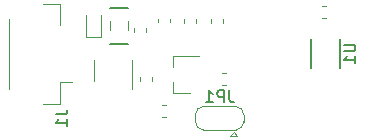
<source format=gbr>
G04 #@! TF.GenerationSoftware,KiCad,Pcbnew,(5.99.0-10394-g2e15de97e0)*
G04 #@! TF.CreationDate,2021-04-26T16:11:07+02:00*
G04 #@! TF.ProjectId,TFHT01A,54464854-3031-4412-9e6b-696361645f70,REV*
G04 #@! TF.SameCoordinates,PX78dfd90PY8290510*
G04 #@! TF.FileFunction,Legend,Bot*
G04 #@! TF.FilePolarity,Positive*
%FSLAX46Y46*%
G04 Gerber Fmt 4.6, Leading zero omitted, Abs format (unit mm)*
G04 Created by KiCad (PCBNEW (5.99.0-10394-g2e15de97e0)) date 2021-04-26 16:11:07*
%MOMM*%
%LPD*%
G01*
G04 APERTURE LIST*
%ADD10C,0.150000*%
%ADD11C,0.120000*%
G04 APERTURE END LIST*
D10*
G04 #@! TO.C,JP1*
X-107878667Y141285619D02*
X-107878667Y140571333D01*
X-107831048Y140428476D01*
X-107735810Y140333238D01*
X-107592953Y140285619D01*
X-107497715Y140285619D01*
X-108354858Y140285619D02*
X-108354858Y141285619D01*
X-108735810Y141285619D01*
X-108831048Y141238000D01*
X-108878667Y141190380D01*
X-108926286Y141095142D01*
X-108926286Y140952285D01*
X-108878667Y140857047D01*
X-108831048Y140809428D01*
X-108735810Y140761809D01*
X-108354858Y140761809D01*
X-109878667Y140285619D02*
X-109307239Y140285619D01*
X-109592953Y140285619D02*
X-109592953Y141285619D01*
X-109497715Y141142761D01*
X-109402477Y141047523D01*
X-109307239Y140999904D01*
G04 #@! TO.C,J1*
X-122594620Y139271333D02*
X-121880334Y139271333D01*
X-121737477Y139318952D01*
X-121642239Y139414190D01*
X-121594620Y139557047D01*
X-121594620Y139652285D01*
X-121594620Y138271333D02*
X-121594620Y138842761D01*
X-121594620Y138557047D02*
X-122594620Y138557047D01*
X-122451762Y138652285D01*
X-122356524Y138747523D01*
X-122308905Y138842761D01*
G04 #@! TO.C,U1*
X-98218620Y145167904D02*
X-97409096Y145167904D01*
X-97313858Y145120285D01*
X-97266239Y145072666D01*
X-97218620Y144977428D01*
X-97218620Y144786952D01*
X-97266239Y144691714D01*
X-97313858Y144644095D01*
X-97409096Y144596476D01*
X-98218620Y144596476D01*
X-97218620Y143596476D02*
X-97218620Y144167904D01*
X-97218620Y143882190D02*
X-98218620Y143882190D01*
X-98075762Y143977428D01*
X-97980524Y144072666D01*
X-97932905Y144167904D01*
D11*
G04 #@! TO.C,JP1*
X-107512000Y137738000D02*
X-107812000Y137438000D01*
X-107512000Y137738000D02*
X-107212000Y137438000D01*
X-106662000Y138638000D02*
X-106662000Y139238000D01*
X-110762000Y139238000D02*
X-110762000Y138638000D01*
X-110112000Y137938000D02*
X-107312000Y137938000D01*
X-107212000Y137438000D02*
X-107812000Y137438000D01*
X-107312000Y139938000D02*
X-110112000Y139938000D01*
X-107362000Y137938000D02*
G75*
G03*
X-106662000Y138638000I0J700000D01*
G01*
X-110762000Y138638000D02*
G75*
G03*
X-110062000Y137938000I700000J0D01*
G01*
X-106662000Y139238000D02*
G75*
G03*
X-107362000Y139938000I-700000J0D01*
G01*
X-110062000Y139938000D02*
G75*
G03*
X-110762000Y139238000I0J-700000D01*
G01*
G04 #@! TO.C,C4*
X-114425000Y142102721D02*
X-114425000Y142428279D01*
X-115445000Y142102721D02*
X-115445000Y142428279D01*
G04 #@! TO.C,D1*
X-119980000Y147701000D02*
X-119980000Y145851000D01*
X-118780000Y145851000D02*
X-119980000Y145851000D01*
X-118780000Y147701000D02*
X-118780000Y145851000D01*
G04 #@! TO.C,J1*
X-122236000Y141971000D02*
X-121246000Y141971000D01*
X-122236000Y140171000D02*
X-122236000Y141971000D01*
X-122236000Y148641000D02*
X-122236000Y146841000D01*
X-123686000Y148641000D02*
X-122236000Y148641000D01*
X-126506000Y141441000D02*
X-126506000Y147371000D01*
X-123686000Y140171000D02*
X-122236000Y140171000D01*
G04 #@! TO.C,R2*
X-108193721Y141730000D02*
X-108519279Y141730000D01*
X-108193721Y142750000D02*
X-108519279Y142750000D01*
D10*
G04 #@! TO.C,U1*
X-100946000Y143206000D02*
X-100946000Y145606000D01*
X-98546000Y143206000D02*
X-98546000Y145606000D01*
D11*
G04 #@! TO.C,C5*
X-100010279Y147445000D02*
X-99684721Y147445000D01*
X-100010279Y148465000D02*
X-99684721Y148465000D01*
G04 #@! TO.C,R4*
X-113599279Y140083000D02*
X-113273721Y140083000D01*
X-113599279Y139063000D02*
X-113273721Y139063000D01*
G04 #@! TO.C,C1*
X-114933000Y146242721D02*
X-114933000Y146568279D01*
X-115953000Y146242721D02*
X-115953000Y146568279D01*
G04 #@! TO.C,Q1*
X-112647000Y141041000D02*
X-112647000Y141971000D01*
X-112647000Y144201000D02*
X-110487000Y144201000D01*
X-112647000Y141041000D02*
X-111187000Y141041000D01*
X-112647000Y144201000D02*
X-112647000Y143271000D01*
G04 #@! TO.C,C3*
X-116459000Y146367500D02*
X-116459000Y147129500D01*
X-117983000Y146367500D02*
X-117983000Y147129500D01*
D10*
X-117983000Y145224500D02*
X-116459000Y145224500D01*
X-116459000Y148272500D02*
X-117983000Y148272500D01*
D11*
G04 #@! TO.C,U3*
X-116119000Y143902000D02*
X-116119000Y141452000D01*
X-119339000Y142102000D02*
X-119339000Y143902000D01*
G04 #@! TO.C,R3*
X-108456000Y147355779D02*
X-108456000Y147030221D01*
X-109476000Y147355779D02*
X-109476000Y147030221D01*
G04 #@! TO.C,R10*
X-110742000Y147330279D02*
X-110742000Y147004721D01*
X-111762000Y147330279D02*
X-111762000Y147004721D01*
G04 #@! TO.C,R1*
X-112901000Y147055721D02*
X-112901000Y147381279D01*
X-113921000Y147055721D02*
X-113921000Y147381279D01*
G04 #@! TD*
M02*

</source>
